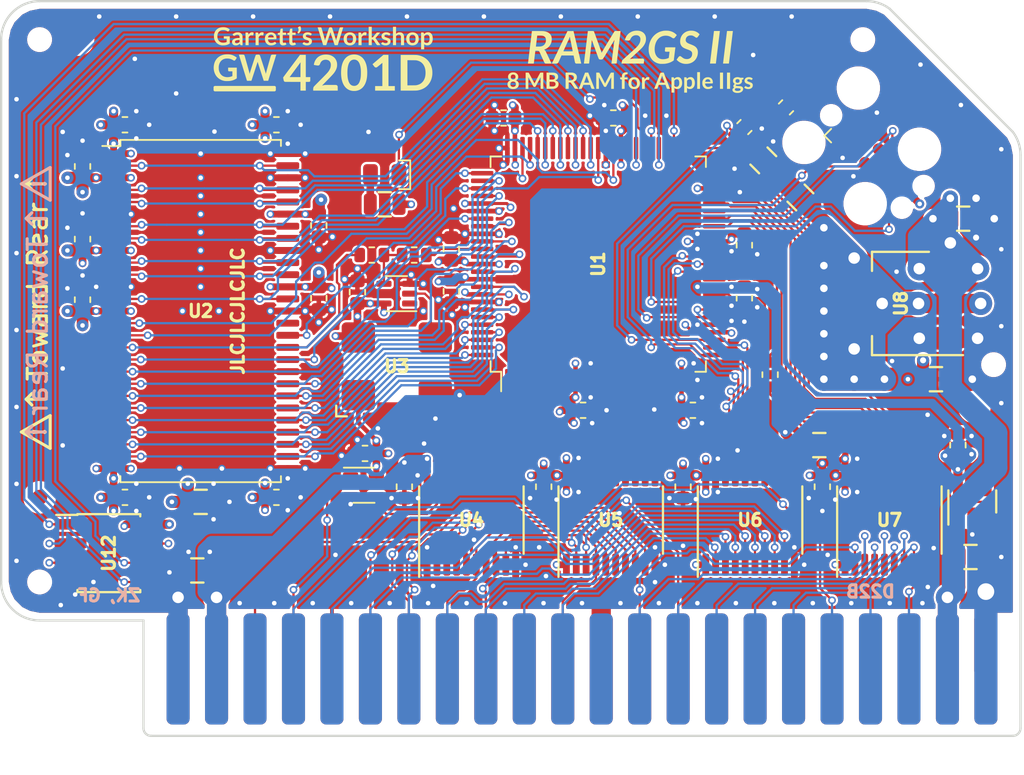
<source format=kicad_pcb>
(kicad_pcb
	(version 20240108)
	(generator "pcbnew")
	(generator_version "8.0")
	(general
		(thickness 1.6108)
		(legacy_teardrops no)
	)
	(paper "A4")
	(title_block
		(title "GW4201D (RAM2GS II) - LCMXO256 / LCMXO640")
		(date "2024-04-24")
		(rev "2.2")
		(company "Garrett's Workshop")
	)
	(layers
		(0 "F.Cu" signal)
		(1 "In1.Cu" power)
		(2 "In2.Cu" power)
		(31 "B.Cu" signal)
		(32 "B.Adhes" user "B.Adhesive")
		(33 "F.Adhes" user "F.Adhesive")
		(34 "B.Paste" user)
		(35 "F.Paste" user)
		(36 "B.SilkS" user "B.Silkscreen")
		(37 "F.SilkS" user "F.Silkscreen")
		(38 "B.Mask" user)
		(39 "F.Mask" user)
		(40 "Dwgs.User" user "User.Drawings")
		(41 "Cmts.User" user "User.Comments")
		(42 "Eco1.User" user "User.Eco1")
		(43 "Eco2.User" user "User.Eco2")
		(44 "Edge.Cuts" user)
		(45 "Margin" user)
		(46 "B.CrtYd" user "B.Courtyard")
		(47 "F.CrtYd" user "F.Courtyard")
		(48 "B.Fab" user)
		(49 "F.Fab" user)
	)
	(setup
		(stackup
			(layer "F.SilkS"
				(type "Top Silk Screen")
			)
			(layer "F.Paste"
				(type "Top Solder Paste")
			)
			(layer "F.Mask"
				(type "Top Solder Mask")
				(thickness 0.01)
			)
			(layer "F.Cu"
				(type "copper")
				(thickness 0.035)
			)
			(layer "dielectric 1"
				(type "core")
				(thickness 0.2104)
				(material "FR4")
				(epsilon_r 4.6)
				(loss_tangent 0.02)
			)
			(layer "In1.Cu"
				(type "copper")
				(thickness 0.0175)
			)
			(layer "dielectric 2"
				(type "prepreg")
				(thickness 1.065)
				(material "FR4")
				(epsilon_r 4.5)
				(loss_tangent 0.02)
			)
			(layer "In2.Cu"
				(type "copper")
				(thickness 0.0175)
			)
			(layer "dielectric 3"
				(type "core")
				(thickness 0.2104)
				(material "FR4")
				(epsilon_r 4.6)
				(loss_tangent 0.02)
			)
			(layer "B.Cu"
				(type "copper")
				(thickness 0.035)
			)
			(layer "B.Mask"
				(type "Bottom Solder Mask")
				(thickness 0.01)
			)
			(layer "B.Paste"
				(type "Bottom Solder Paste")
			)
			(layer "B.SilkS"
				(type "Bottom Silk Screen")
			)
			(copper_finish "None")
			(dielectric_constraints no)
		)
		(pad_to_mask_clearance 0.0762)
		(solder_mask_min_width 0.127)
		(pad_to_paste_clearance -0.0381)
		(allow_soldermask_bridges_in_footprints no)
		(pcbplotparams
			(layerselection 0x00210f8_ffffffff)
			(plot_on_all_layers_selection 0x0000000_00000000)
			(disableapertmacros no)
			(usegerberextensions yes)
			(usegerberattributes no)
			(usegerberadvancedattributes no)
			(creategerberjobfile no)
			(dashed_line_dash_ratio 12.000000)
			(dashed_line_gap_ratio 3.000000)
			(svgprecision 4)
			(plotframeref no)
			(viasonmask no)
			(mode 1)
			(useauxorigin no)
			(hpglpennumber 1)
			(hpglpenspeed 20)
			(hpglpendiameter 15.000000)
			(pdf_front_fp_property_popups yes)
			(pdf_back_fp_property_popups yes)
			(dxfpolygonmode yes)
			(dxfimperialunits yes)
			(dxfusepcbnewfont yes)
			(psnegative no)
			(psa4output no)
			(plotreference yes)
			(plotvalue yes)
			(plotfptext yes)
			(plotinvisibletext no)
			(sketchpadsonfab no)
			(subtractmaskfromsilk yes)
			(outputformat 1)
			(mirror no)
			(drillshape 0)
			(scaleselection 1)
			(outputdirectory "gerber/")
		)
	)
	(net 0 "")
	(net 1 "GND")
	(net 2 "/FA15")
	(net 3 "/FA14")
	(net 4 "/FA13")
	(net 5 "/FA12")
	(net 6 "/FA11")
	(net 7 "/FA10")
	(net 8 "/~{CRAS}")
	(net 9 "/ABORT")
	(net 10 "/PH2")
	(net 11 "/~{CSEL}")
	(net 12 "/~{CROMSEL}")
	(net 13 "/CROW1")
	(net 14 "/CROW0")
	(net 15 "/~{CCAS}")
	(net 16 "/~{FWE}")
	(net 17 "/FRA1")
	(net 18 "/FRA2")
	(net 19 "/FRA0")
	(net 20 "/FRA7")
	(net 21 "/FRA5")
	(net 22 "/FRA4")
	(net 23 "/FRA3")
	(net 24 "/FRA6")
	(net 25 "/FRA8")
	(net 26 "/FRA9")
	(net 27 "/FD2")
	(net 28 "/FD7")
	(net 29 "/FD0")
	(net 30 "/FD6")
	(net 31 "/FD4")
	(net 32 "/FD5")
	(net 33 "/FD3")
	(net 34 "/FD1")
	(net 35 "/AClk")
	(net 36 "/RClk")
	(net 37 "+3V3")
	(net 38 "/Dout5")
	(net 39 "/Dout6")
	(net 40 "/Dout4")
	(net 41 "/Dout7")
	(net 42 "/Dout2")
	(net 43 "/Dout1")
	(net 44 "/Dout0")
	(net 45 "/Dout3")
	(net 46 "/Din3")
	(net 47 "/Din0")
	(net 48 "/Din1")
	(net 49 "/Din2")
	(net 50 "/Din7")
	(net 51 "/Din4")
	(net 52 "/Din6")
	(net 53 "/Din5")
	(net 54 "/~{WE}in")
	(net 55 "/Ain0")
	(net 56 "/Ain2")
	(net 57 "/Ain1")
	(net 58 "/PH2in")
	(net 59 "/~{CCAS}in")
	(net 60 "/CROWin0")
	(net 61 "/CROWin1")
	(net 62 "/~{CRAS}in")
	(net 63 "/RD0")
	(net 64 "/RD2")
	(net 65 "/RD1")
	(net 66 "/RD3")
	(net 67 "/RD7")
	(net 68 "/RD5")
	(net 69 "/RD6")
	(net 70 "/RD4")
	(net 71 "/Ain7")
	(net 72 "/Ain5")
	(net 73 "/Ain4")
	(net 74 "/Ain3")
	(net 75 "/Ain6")
	(net 76 "/Ain8")
	(net 77 "/Ain9")
	(net 78 "/DQMH")
	(net 79 "/CKE")
	(net 80 "/RA11")
	(net 81 "/RA9")
	(net 82 "/RA8")
	(net 83 "/RA7")
	(net 84 "/RA6")
	(net 85 "/RA5")
	(net 86 "/RA4")
	(net 87 "/RA3")
	(net 88 "/RA2")
	(net 89 "/RA1")
	(net 90 "/RA0")
	(net 91 "/RA10")
	(net 92 "/BA1")
	(net 93 "/BA0")
	(net 94 "/R~{CS}")
	(net 95 "/R~{RAS}")
	(net 96 "/R~{CAS}")
	(net 97 "/R~{WE}")
	(net 98 "/DQML")
	(net 99 "Net-(D1-A)")
	(net 100 "/TDI")
	(net 101 "unconnected-(J2-Pin_8-Pad8)")
	(net 102 "/TMS")
	(net 103 "/TDO")
	(net 104 "/TCK")
	(net 105 "+5V")
	(net 106 "unconnected-(J2-Pin_9-Pad9)")
	(net 107 "unconnected-(J2-Pin_10-Pad10)")
	(net 108 "Net-(U7-B0)")
	(net 109 "/MISO")
	(net 110 "/MOSI")
	(net 111 "/SCK")
	(net 112 "/S~{CS}")
	(net 113 "+1V2")
	(net 114 "Net-(U10-Y)")
	(net 115 "unconnected-(U1-PL4A-Pad9)")
	(net 116 "unconnected-(U1-PL4C-Pad11)")
	(net 117 "unconnected-(U1-PL4D-Pad13)")
	(net 118 "unconnected-(U1-PB5B{slash}PCLK2_1-Pad36)")
	(net 119 "unconnected-(U1-PR11B-Pad52)")
	(net 120 "unconnected-(U1-PR11A-Pad54)")
	(net 121 "unconnected-(U1-PR9D-Pad59)")
	(net 122 "Net-(U10-A)")
	(net 123 "Net-(U4-~{OE})")
	(net 124 "unconnected-(U9-NC-Pad1)")
	(net 125 "unconnected-(U10-NC-Pad1)")
	(net 126 "unconnected-(U11-NC-Pad4)")
	(net 127 "/LED")
	(net 128 "/TCKr")
	(net 129 "5VC")
	(footprint "stdpads:AppleIIgsMemoryExpansion_Edge" (layer "F.Cu") (at 84.328 135.382))
	(footprint "stdpads:C_0603" (layer "F.Cu") (at 51.35 106.9 90))
	(footprint "stdpads:C_0603" (layer "F.Cu") (at 51.35 102.1 90))
	(footprint "stdpads:C_0603" (layer "F.Cu") (at 54.15 99.35))
	(footprint "stdpads:C_0603" (layer "F.Cu") (at 64.15 123.95))
	(footprint "stdpads:C_0603" (layer "F.Cu") (at 64.15 99.35))
	(footprint "stdpads:C_0603" (layer "F.Cu") (at 66.95 110.8 -90))
	(footprint "stdpads:C_0603" (layer "F.Cu") (at 66.95 106 -90))
	(footprint "stdpads:C_0603" (layer "F.Cu") (at 51.35 110.9 90))
	(footprint "stdpads:C_0603" (layer "F.Cu") (at 54.15 123.95))
	(footprint "stdpads:PasteHole_1.1mm_PTH" (layer "F.Cu") (at 110.998 130.175))
	(footprint "stdpads:C_0603" (layer "F.Cu") (at 100.2 123.25 -90))
	(footprint "stdpads:TSSOP-20_4.4x6.5mm_P0.65mm" (layer "F.Cu") (at 95.425 125.45))
	(footprint "stdpads:C_0603" (layer "F.Cu") (at 91 123.25 -90))
	(footprint "stdpads:C_0603" (layer "F.Cu") (at 81.8 123.25 -90))
	(footprint "stdpads:TSSOP-20_4.4x6.5mm_P0.65mm" (layer "F.Cu") (at 104.625 125.45))
	(footprint "stdpads:C_0603" (layer "F.Cu") (at 72.6 123.25 -90))
	(footprint "stdpads:TSSOP-20_4.4x6.5mm_P0.65mm" (layer "F.Cu") (at 86.225 125.45))
	(footprint "stdpads:C_0805" (layer "F.Cu") (at 58.928 128.778 180))
	(footprint "stdpads:C_0805" (layer "F.Cu") (at 109.982 127.889))
	(footprint "stdpads:Fiducial" (layer "F.Cu") (at 100.33 93.726))
	(footprint "stdpads:SOT-223" (layer "F.Cu") (at 105.387 111.15))
	(footprint "stdpads:C_0805" (layer "F.Cu") (at 109.5 105.55))
	(footprint "stdpads:C_0805" (layer "F.Cu") (at 107.7 116.15))
	(footprint "stdpads:R_0805" (layer "F.Cu") (at 96.3 101.7 -45))
	(footprint "stdpads:R_0805" (layer "F.Cu") (at 98.75 104.15 135))
	(footprint "stdpads:Fiducial" (layer "F.Cu") (at 51.054 93.726))
	(footprint "stdpads:SOT-353" (layer "F.Cu") (at 69.9 123.15 -90))
	(footprint "stdpads:Tag-Connect_TC2050-IDC-FP_2x05_P1.27mm_Vertical" (layer "F.Cu") (at 103.474 101.415 -45))
	(footprint "stdpads:TSSOP-20_4.4x6.5mm_P0.65mm" (layer "F.Cu") (at 77.025 125.45))
	(footprint "stdpads:TSOP-II-54_22.2x10.16mm_P0.8mm" (layer "F.Cu") (at 59.15 111.65 -90))
	(footprint "stdpads:Crystal_SMD_7050-4Pin_7.0x5.0mm_SiTime" (layer "F.Cu") (at 72.1 115.3))
	(footprint "stdpads:SOT-353" (layer "F.Cu") (at 72.1 110.5 90))
	(footprint "stdpads:C_0603" (layer "F.Cu") (at 69.5 110.4 90))
	(footprint "stdpads:PasteHole_1.152mm_NPTH" (layer "F.Cu") (at 48.514 93.726))
	(footprint "stdpads:PasteHole_1.152mm_NPTH" (layer "F.Cu") (at 102.87 93.726))
	(footprint "stdpads:C_0805" (layer "F.Cu") (at 59.15 124.25))
	(footprint "stdpads:C_0603"
		(layer "F.Cu")
		(uuid "00000000-0000-0000-0000-00005f7a080d")
		(at 70 121.05 180)
		(tags "capacitor")
		(property "Reference" "C27"
			(at 0 0 180)
			(layer "F.Fab")
			(uuid "aaf290d5-9356-40d4-8823-8244cd4ba38b")
			(effects
				(font
					(size 0.254 0.254)
					(thickness 0.0635)
				)
			)
		)
		(property "Value" "2u2"
			(at 0 0.25 180)
			(layer "F.Fab")
			(uuid "051cbb82-97bb-4113-8bb9-b958f5a717d9")
			(effects
				(font
					(size 0.127 0.127)
					(thickness 0.03175)
				)
			)
		)
		(property "Footprint" "stdpads:C_0603"
			(at 0 0 180)
			(layer "F.Fab")
			(hide yes)
			(uuid "834acbb0-21e0-45be-82b3-e3c2cbba52e2")
			(effects
				(font
					(size 1.27 1.27)
					(thickness 0.15)
				)
			)
		)
		(property "Datasheet" ""
			(at 0 0 180)
			(layer "F.Fab")
			(hide yes)
			(uuid "24123270-a319-4ae6-8aac-fb9870952782")
			(effects
				(font
					(size 1.27 1.27)
					(thickness 0.15)
				)
			)
		)
		(property "Description" ""
			(at 0 0 180)
			(layer "F.Fab")
			(hide yes)
			(uuid "02b7a2c6-f07a-45cc-91bf-746332661303")
			(effects
		
... [2018488 chars truncated]
</source>
